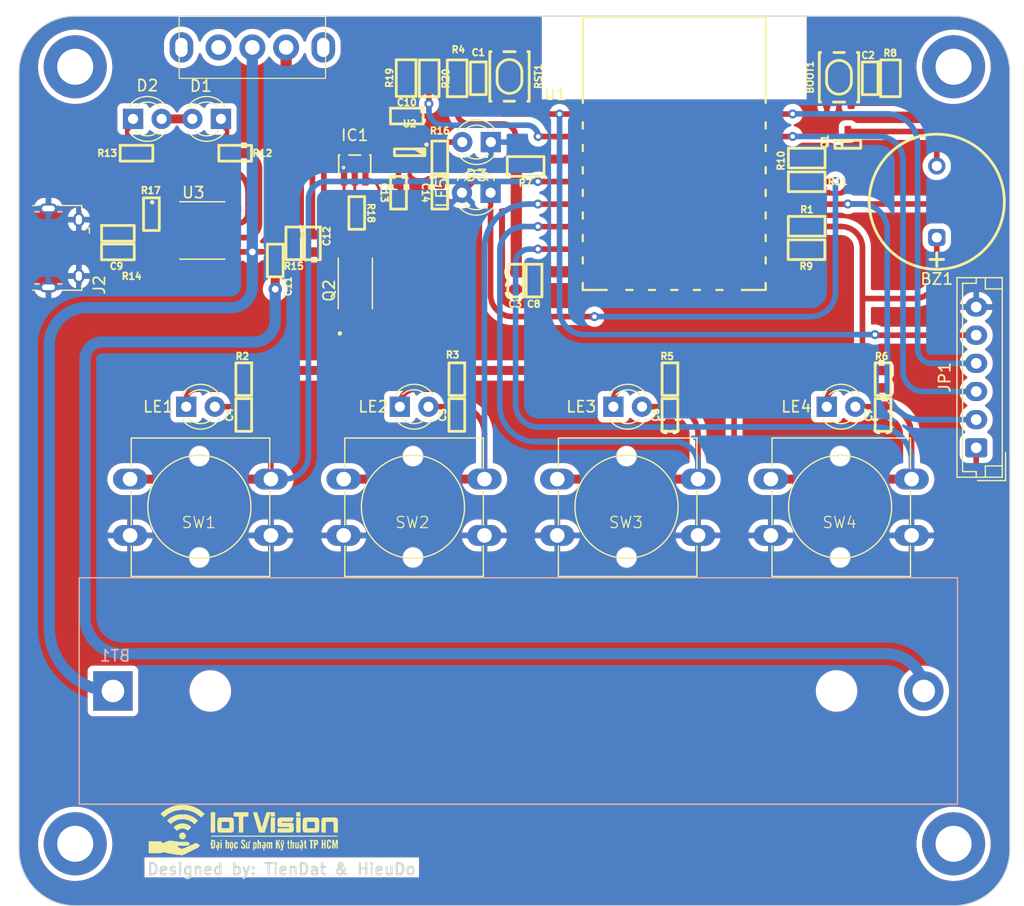
<source format=kicad_pcb>
(kicad_pcb (version 20221018) (generator pcbnew)
  (layers (0 "F.Cu" signal) (31 "B.Cu" signal) (34 "B.Paste" user) (35 "F.Paste" user) (36 "B.SilkS" user "B.Silkscreen") (37 "F.SilkS" user "F.Silkscreen") (38 "B.Mask" user) (39 "F.Mask" user) (44 "Edge.Cuts" user))
  (net 0 "")
  (net 1 "/POWER/ADC_BAT")
  (net 2 "GND")
  (net 3 "/BUTTON/BTB")
  (net 4 "/BUTTON/BTD")
  (net 5 "/BUTTON/BTC")
  (net 6 "/BUTTON/BTA")
  (net 7 "/POWER/VBUS")
  (net 8 "/POWER/STDBY")
  (net 9 "/POWER/CHRG")
  (net 10 "/esp8266/RST")
  (net 11 "/esp8266/BOOT")
  (net 12 "Net-(U2-BP)")
  (net 13 "/esp8266/Buzzer")
  (net 14 "+3V3")
  (net 15 "Net-(LE1-Pad1)")
  (net 16 "Net-(LE4-Pad1)")
  (net 17 "Net-(LE3-Pad1)")
  (net 18 "Net-(J2-VBUS)")
  (net 19 "Net-(IC1-VCC)")
  (net 20 "Net-(D3-A)")
  (net 21 "Net-(LE2-Pad1)")
  (net 22 "/esp8266/GPIO2")
  (net 23 "/esp8266/EN")
  (net 24 "Net-(U1-GPIO15)")
  (net 25 "/esp8266/Led_BAT")
  (net 26 "Net-(LE5-Pad1)")
  (net 27 "/esp8266/ADC")
  (net 28 "/esp8266/RXD")
  (net 29 "/esp8266/TXD")
  (net 30 "/POWER/BAT+")
  (net 31 "Net-(Q2-Pad1)")
  (net 32 "Net-(IC1-CS)")
  (net 33 "Net-(IC1-OC)")
  (net 34 "Net-(IC1-OD)")
  (net 39 "Net-(D1-K)")
  (net 40 "Net-(D2-K)")
  (net 41 "Net-(U3-PROG)")
  (net 42 "Net-(BZ1-+)")
  (net 43 "/POWER/BAT-")
  (footprint "IVS_FOOTPRINTS:LED_D3.0mm_Red" (layer "F.Cu") (at -109.469 9.144 180)
    (fp_text reference "D1")
    (fp_text value "GREEN")
  )
  (footprint "IVS_FOOTPRINTS:LED_D3.0mm_Red" (layer "F.Cu") (at -55.672 34.7)
    (fp_text reference "LE4")
    (fp_text value "GREEN")
  )
  (footprint "MountingHole:MountingHole_3.2mm_M3_DIN965_Pad" (layer "F.Cu") (at -122.408 4.514)
    (fp_text reference "REF**" hide)
    (fp_text value "MountingHole_3.2mm_M3_DIN965_Pad" hide)
  )
  (footprint "SW_PUSH-12mm-Omron:12x12mm_Omron" (layer "F.Cu") (at -73.452 43.59 180)
    (fp_text reference "SW3")
    (fp_text value "SW_Push")
    (fp_circle (center 0 -4.5) (end 0.9 -4.5) (stroke (width 0.05)) (fill none) (layer "Edge.Cuts"))
    (fp_circle (center 0 4.5) (end 0.9 4.5) (stroke (width 0.05)) (fill none) (layer "Edge.Cuts"))
  )
  (footprint "IVS_FOOTPRINTS:R0603" (layer "F.Cu") (at -57.455115 18.7 180)
    (fp_text reference "R1")
    (fp_text value "10K" hide)
  )
  (footprint "IVS_FOOTPRINTS:LED_D3.0mm_Red" (layer "F.Cu") (at -117.273 9.144)
    (fp_text reference "D2")
    (fp_text value "RED")
  )
  (footprint "IVS_FOOTPRINTS:LED_D3.0mm_Red" (layer "F.Cu") (at -74.617 34.7)
    (fp_text reference "LE3")
    (fp_text value "GREEN")
  )
  (footprint "DW01A:SOT23-6" (layer "F.Cu") (at -97.5875 13.1645)
    (property "VALUE" "DW01A")
    (fp_text reference "IC1")
    (fp_text value "DW01A")
  )
  (footprint "SW_PUSH-12mm-Omron:12x12mm_Omron" (layer "F.Cu") (at -111.382666 43.59 180)
    (fp_text reference "SW1")
    (fp_text value "SW_Push")
    (fp_circle (center 0 -4.5) (end 0.9 -4.5) (stroke (width 0.05)) (fill none) (layer "Edge.Cuts"))
    (fp_circle (center 0 4.5) (end 0.9 4.5) (stroke (width 0.05)) (fill none) (layer "Edge.Cuts"))
  )
  (footprint "IVS_FOOTPRINTS:R_0603" (layer "F.Cu") (at -50.673 32.258 -90)
    (fp_text reference "R6")
    (fp_text value "10K")
  )
  (footprint "IVS_FOOTPRINTS:C_0603" (layer "F.Cu") (at -50.673 35.433 -90)
    (fp_text reference "C7")
    (fp_text value "100nF")
  )
  (footprint "IVS_FOOTPRINTS:R_0603" (layer "F.Cu") (at -118.618 19.304)
    (fp_text reference "R14")
    (fp_text value "0.5R")
  )
  (footprint "IVS_FOOTPRINTS:R_0603" (layer "F.Cu") (at -108.204 12.192)
    (fp_text reference "R12")
    (fp_text value "1K5")
  )
  (footprint "IVS_FOOTPRINTS:R_0603" (layer "F.Cu") (at -90.0325 12.559 -90)
    (fp_text reference "R16")
    (fp_text value "1K")
  )
  (footprint "IVS_FOOTPRINTS:R0603" (layer "F.Cu") (at -57.45 12.6)
    (fp_text reference "R10")
    (fp_text value "10K" hide)
  )
  (footprint "IVS_FOOTPRINTS:C_0603" (layer "F.Cu") (at -81.666 23.5 -90)
    (fp_text reference "C8")
    (fp_text value "10nF")
  )
  (footprint "IVS_FOOTPRINTS:R_0603" (layer "F.Cu") (at -97.409 17.4975 -90)
    (fp_text reference "R18")
    (fp_text value "1K")
  )
  (footprint "IVS_FOOTPRINTS:R_0603" (layer "F.Cu") (at -116.967 12.192)
    (fp_text reference "R13")
    (fp_text value "1K5")
  )
  (footprint "IVS_FOOTPRINTS:C_0603" (layer "F.Cu") (at -101.346 20.1938 -90)
    (fp_text reference "C12")
    (fp_text value "100nF")
  )
  (footprint "IVS_FOOTPRINTS:C_0603" (layer "F.Cu") (at -83.3 23.5 -90)
    (fp_text reference "C3")
    (fp_text value "10uF")
  )
  (footprint "MountingHole:MountingHole_3.2mm_M3_DIN965_Pad" (layer "F.Cu") (at -44.408 4.514)
    (fp_text reference "REF**" hide)
    (fp_text value "MountingHole_3.2mm_M3_DIN965_Pad" hide)
  )
  (footprint "IVS_FOOTPRINTS:SOT23-5" (layer "F.Cu") (at -92.71 12.109 -90)
    (fp_text reference "U2")
    (fp_text value "RT9193-33GB")
  )
  (footprint "IVS_FOOTPRINTS:C_0603" (layer "F.Cu") (at -93.7 15.7 -90)
    (fp_text reference "C13")
    (fp_text value "1uF")
  )
  (footprint "Connector_USB:USB_Micro-B_Amphenol_10118194_Horizontal" (layer "F.Cu") (at -123.49 20.596 -90)
    (fp_text reference "J2")
    (fp_text value "USB_B_Micro")
  )
  (footprint "SlideSwitch:SS-12F23G6" (layer "F.Cu") (at -106.68 2.794 180)
    (fp_text reference "S1" hide)
    (fp_text value "EG1206" hide)
  )
  (footprint "IVS_FOOTPRINTS:R0603" (layer "F.Cu") (at -91 5.537 90)
    (fp_text reference "R20")
    (fp_text value "1K" hide)
  )
  (footprint "IVS_FOOTPRINTS:R0603" (layer "F.Cu") (at -82.411 13.34)
    (fp_text reference "R7")
    (fp_text value "10K" hide)
  )
  (footprint "MountingHole:MountingHole_3.2mm_M3_DIN965_Pad" (layer "F.Cu") (at -122.408 73.514)
    (fp_text reference "REF**" hide)
    (fp_text value "MountingHole_3.2mm_M3_DIN965_Pad" hide)
  )
  (footprint "IVS_FOOTPRINTS:C_0603" (layer "F.Cu") (at -69.596 35.433 -90)
    (fp_text reference "C6")
    (fp_text value "100nF")
  )
  (footprint "IVS_FOOTPRINTS:C_0603" (layer "F.Cu") (at -90.0325 15.7 -90)
    (fp_text reference "C14")
    (fp_text value "1uF")
  )
  (footprint "IVS_FOOTPRINTS:LED_D3.0mm_Red" (layer "F.Cu") (at -93.582333 34.7)
    (fp_text reference "LE2")
    (fp_text value "GREEN")
  )
  (footprint "IVS_FOOTPRINTS:LED_D3.0mm_Red" (layer "F.Cu") (at -85.5 11.2 180)
    (fp_text reference "D3")
    (fp_text value "BLUE")
  )
  (footprint "SW_PUSH-12mm-Omron:12x12mm_Omron" (layer "F.Cu") (at -92.417333 43.59 180)
    (fp_text reference "SW2")
    (fp_text value "SW_Push")
    (fp_circle (center 0 -4.5) (end 0.9 -4.5) (stroke (width 0.05)) (fill none) (layer "Edge.Cuts"))
    (fp_circle (center 0 4.5) (end 0.9 4.5) (stroke (width 0.05)) (fill none) (layer "Edge.Cuts"))
  )
  (footprint "IVS_FOOTPRINTS:R0603" (layer "F.Cu") (at -50.038 5.537 90)
    (fp_text reference "R8")
    (fp_text value "10K" hide)
  )
  (footprint "IVS_FOOTPRINTS:ESP8266-07__ESP32-C3-12F" (layer "F.Cu") (at -77.335 7.7125)
    (fp_text reference "U1")
    (fp_text value "ESP-07")
  )
  (footprint "IVS_FOOTPRINTS:C_0603" (layer "F.Cu") (at -104.648 21.717 -90)
    (fp_text reference "C11")
    (fp_text value "10uF")
  )
  (footprint "IVS_FOOTPRINTS:C_0603" (layer "F.Cu") (at -88.519 35.433 -90)
    (fp_text reference "C5")
    (fp_text value "100nF")
  )
  (footprint "IVS_FOOTPRINTS:R0603" (layer "F.Cu") (at -88.519 5.537 90)
    (fp_text reference "R4")
    (fp_text value "10K" hide)
  )
  (footprint "IVS_FOOTPRINTS:IoTVision_Logo_18x5" (layer "F.Cu") (at -107.488 72.292)
    (fp_text reference "G***" hide)
    (fp_text value "LOGO" hide)
  )
  (footprint "IVS_FOOTPRINTS:TP4056" (layer "F.Cu") (at -111.125 19.05)
    (fp_text reference "U3")
    (fp_text value "TP4056")
  )
  (footprint "IVS_FOOTPRINTS:SOT23-3" (layer "F.Cu") (at -53.8 11.4)
    (fp_text reference "Q1")
    (fp_text value "N_Mosfet")
  )
  (footprint "IVS_FOOTPRINTS:C_0603" (layer "F.Cu") (at -51.816 5.537 -90)
    (fp_text reference "C2")
    (fp_text value "100nF")
  )
  (footprint "IVS_FOOTPRINTS:R_0603" (layer "F.Cu") (at -115.643 17.6015 -90)
    (fp_text reference "R17")
    (fp_text value "2K")
  )
  (footprint "IVS_FOOTPRINTS:C_0603" (layer "F.Cu") (at -86.614 5.537 -90)
    (fp_text reference "C1")
    (fp_text value "100nF")
  )
  (footprint "IVS_FOOTPRINTS:SW_SPST_PTS810" (layer "F.Cu") (at -54.61 5.41 -90)
    (fp_text reference "BOOT1")
    (fp_text value "SW_Push" hide)
  )
  (footprint "IVS_FOOTPRINTS:R_0603" (layer "F.Cu") (at -102.997 20.193 90)
    (fp_text reference "R15")
    (fp_text value "100R")
  )
  (footprint "IVS_FOOTPRINTS:SW_SPST_PTS810" (layer "F.Cu") (at -83.82 5.41 90)
    (fp_text reference "RST1")
    (fp_text value "SW_Push" hide)
  )
  (footprint "IVS_FOOTPRINTS:C_0603" (layer "F.Cu") (at -107.442 35.433 -90)
    (fp_text reference "C4")
    (fp_text value "100nF")
  )
  (footprint "IVS_FOOTPRINTS:R_0603" (layer "F.Cu") (at -69.596 32.258 -90)
    (fp_text reference "R5")
    (fp_text value "10K")
  )
  (footprint "IVS_FOOTPRINTS:LED_D3.0mm_Red" (layer "F.Cu") (at -85.525 15.7 180)
    (fp_text reference "LE5")
    (fp_text value "RED")
  )
  (footprint "IVS_FOOTPRINTS:C_0603" (layer "F.Cu") (at -92.964 8.89)
    (fp_text reference "C10")
    (fp_text value "1uF")
  )
  (footprint "IVS_FOOTPRINTS:R_0603" (layer "F.Cu") (at -88.519 32.258 -90)
    (fp_text reference "R3")
    (fp_text value "10K")
  )
  (footprint "IVS_FOOTPRINTS:R0603" (layer "F.Cu") (at -57.45 14.7)
    (fp_text reference "R11")
    (fp_text value "1K5" hide)
  )
  (footprint "IVS_FOOTPRINTS:R_0603" (layer "F.Cu") (at -107.442 32.258 -90)
    (fp_text reference "R2")
    (fp_text value "10K")
  )
  (footprint "FS8205A:SOP65P640X120-8N" (layer "F.Cu") (at -97.536 23.749 90)
    (fp_text reference "Q2")
    (fp_text value "FS8205A")
  )
  (footprint "IVS_FOOTPRINTS:Buzzer_GT111P" (layer "F.Cu") (at -45.9 16.5 180)
    (fp_text reference "BZ1")
    (fp_text value "Buzzer")
  )
  (footprint "MountingHole:MountingHole_3.2mm_M3_DIN965_Pad" (layer "F.Cu") (at -44.408 73.514)
    (fp_text reference "REF**" hide)
    (fp_text value "MountingHole_3.2mm_M3_DIN965_Pad" hide)
  )
  (footprint "Connector_JST:JST_EH_B6B-EH-A_1x06_P2.50mm_Vertical" (layer "F.Cu") (at -42.4 38.35 90)
    (fp_text reference "JP1")
    (fp_text value "Conn_JST_SMD_6P")
  )
  (footprint "IVS_FOOTPRINTS:R0603" (layer "F.Cu") (at -57.470115 20.732)
    (fp_text reference "R9")
    (fp_text value "10K" hide)
  )
  (footprint "SW_PUSH-12mm-Omron:12x12mm_Omron" (layer "F.Cu") (at -54.486666 43.59 180)
    (fp_text reference "SW4")
    (fp_text value "SW_Push")
    (fp_circle (center 0 -4.5) (end 0.9 -4.5) (stroke (width 0.05)) (fill none) (layer "Edge.Cuts"))
    (fp_circle (center 0 4.5) (end 0.9 4.5) (stroke (width 0.05)) (fill none) (layer "Edge.Cuts"))
  )
  (footprint "IVS_FOOTPRINTS:LED_D3.0mm_Red" (layer "F.Cu") (at -112.547666 34.7)
    (fp_text reference "LE1")
    (fp_text value "GREEN")
  )
  (footprint "IVS_FOOTPRINTS:C_0603" (layer "F.Cu") (at -118.618 20.955)
    (fp_text reference "C9")
    (fp_text value "10uF")
  )
  (footprint "IVS_FOOTPRINTS:R0603" (layer "F.Cu") (at -93 5.522 -90)
    (fp_text reference "R19")
    (fp_text value "3k3" hide)
  )
  (footprint "Battery:BatteryHolder_MPD_BH-18650-PC2" (layer "B.Cu") (at -119.058 59.944)
    (fp_text reference "BT1")
    (fp_text value "Battery_Cell")
  )
  (gr_line (start -39.408 74.014) (end -39.408 5.014) (stroke (width 0.1)) (layer "Edge.Cuts"))
  (gr_line (start -122.408 79.014) (end -44.408 79.014) (stroke (width 0.1)) (layer "Edge.Cuts"))
  (gr_line (start -127.408 5.014) (end -127.408 74.014) (stroke (width 0.1)) (layer "Edge.Cuts"))
  (gr_arc (start -39.408 74.014) (mid -40.872466 77.549534) (end -44.408 79.014) (stroke (width 0.1)) (layer "Edge.Cuts"))
  (gr_arc (start -122.408 79.014) (mid -125.943534 77.549534) (end -127.408 74.014) (stroke (width 0.1)) (layer "Edge.Cuts"))
  (gr_arc (start -44.408 0.014) (mid -40.872466 1.478466) (end -39.408 5.014) (stroke (width 0.1)) (layer "Edge.Cuts"))
  (gr_line (start -122.408 0.014) (end -44.408 0.014) (stroke (width 0.1)) (layer "Edge.Cuts"))
  (gr_arc (start -127.408 5.014) (mid -125.943534 1.478466) (end -122.408 0.014) (stroke (width 0.1)) (layer "Edge.Cuts"))
  (gr_text "Designed by: TienDat & HieuDo" (at -116.124 76.356) (layer "Edge.Cuts") (effects (font (size 1 1) (thickness 0.2) bold) (justify left bottom)))
  (segment (start -93.739 8.89) (end -95.5 8.89) (width 1) (layer "F.Cu") (net 1))
  (segment (start -95.5 5.455828) (end -95.5 8.89) (width 0.5) (layer "F.Cu") (net 1))
  (segment (start -95.5 8.89) (end -101.727 8.89) (width 1) (layer "F.Cu") (net 1))
  (segment (start -93.66 10.9715) (end -93.66 8.969) (width 0.5) (layer "F.Cu") (net 1))
  (segment (start -103.68 6.937) (end -103.68 2.794) (width 1) (layer "F.Cu") (net 1))
  (segment (start -93 4.692) (end -94.736172 4.692) (width 0.5) (layer "F.Cu") (net 1))
  (arc (start -93.66 8.969) (mid -93.683139 8.913139) (end -93.739 8.89) (width 0.5) (layer "F.Cu") (net 1))
  (arc (start -94.736172 4.692) (mid -95.27628 4.91572) (end -95.5 5.455828) (width 0.5) (layer "F.Cu") (net 1))
  (arc (start -101.727 8.89) (mid -103.10798 8.31798) (end -103.68 6.937) (width 1) (layer "F.Cu") (net 1))
  (segment (start -76.815 16.7125) (end -81.3125 16.7125) (width 0.5) (layer "F.Cu") (net 3))
  (segment (start -86.067333 37.109667) (end -86.067333 41.13) (width 0.5) (layer "F.Cu") (net 3))
  (segment (start -86.067332 41.13) (end -98.567332 41.13) (width 0.8) (layer "F.Cu") (net 3))
  (segment (start -91.042333 34.7) (end -88.561 34.7) (width 0.5) (layer "F.Cu") (net 3))
  (via (at -81.32 16.705) (size 0.8) (drill 0.4) (layers "F.Cu" "B.Cu") (net 3))
  (arc (start -88.519 34.658) (mid -86.78541 35.376077) (end -86.067333 37.109667) (width 0.5) (layer "F.Cu") (net 3))
  (arc (start -81.2075 16.7175) (mid -81.216339 16.713839) (end -81.22 16.705) (width 0.5) (layer "F.Cu") (net 3))
  (arc (start -88.561 34.7) (mid -88.531302 34.687698) (end -88.519 34.658) (width 0.5) (layer "F.Cu") (net 3))
  (arc (start -81.3125 16.7125) (mid -81.317803 16.710303) (end -81.32 16.705) (width 0.5) (layer "F.Cu") (net 3))
  (arc (start -81.3075 16.7175) (mid -81.316339 16.713839) (end -81.32 16.705) (width 0.5) (layer "F.Cu") (net 3))
  (segment (start -86.067333 41.13) (end -85.03 41.13) (width 0.5) (layer "B.Cu") (net 3))
  (segment (start -81.32 16.705) (end -82.128305 16.705) (width 0.5) (layer "B.Cu") (net 3))
  (segment (start -86.067333 41.13) (end -86.067333 20.644028) (width 0.5) (layer "B.Cu") (net 3))
  (arc (start -86.067333 20.644028) (mid -84.913618 17.858715) (end -82.128305 16.705) (width 0.5) (layer "B.Cu") (net 3))
  (segment (start -79.295 20.705) (end -81.32 20.705) (width 0.5) (layer "F.Cu") (net 4))
  (segment (start -48.136666 41.13) (end -60.636666 41.13) (width 0.8) (layer "F.Cu") (net 4))
  (segment (start -53.132 34.7) (end -50.715 34.7) (width 0.5) (layer "F.Cu") (net 4))
  (segment (start -81.220332 20.705332) (end -81.220332 20.713574) (width 0.5) (layer "F.Cu") (net 4))
  (segment (start -48.136666 37.194334) (end -48.136666 41.13) (width 0.5) (layer "F.Cu") (net 4))
  (segment (start -76.815 20.7125) (end -79.2875 20.7125) (width 0.5) (layer "F.Cu") (net 4))
  (segment (start -81.22 20.705) (end -81.220332 20.705332) (width 0.5) (layer "F.Cu") (net 4))
  (via (at -81.32 20.705) (size 0.8) (drill 0.4) (layers "F.Cu" "B.Cu") (net 4))
  (arc (start -50.673 34.658) (mid -48.879541 35.400875) (end -48.136666 37.194334) (width 0.5) (layer "F.Cu") (net 4))
  (arc (start -79.2875 20.7125) (mid -79.289697 20.707197) (end -79.295 20.705) (width 0.5) (layer "F.Cu") (net 4))
  (arc (start -50.715 34.7) (mid -50.685302 34.687698) (end -50.673 34.658) (width 0.5) (layer "F.Cu") (net 4))
  (arc (start -81.220332 20.713574) (mid -81.213393 20.716024) (end -81.2075 20.7175) (width 0.5) (layer "F.Cu") (net 4))
  (segment (start -83.3 34.5) (end -83.3 21.940634) (width 0.5) (layer "B.Cu") (net 4))
  (segment (start -48.136666 41.13) (end -48.136666 39.563334) (width 0.5) (layer "B.Cu") (net 4))
  (segment (start -51.2 36.5) (end -81.3 36.5) (width 0.5) (layer "B.Cu") (net 4))
  (segment (start -81.32 20.705) (end -82.064368 20.705) (width 0.5) (layer "B.Cu") (net 4))
  (arc (start -83.3 21.940634) (mid -82.938092 21.06691) (end -82.064368 20.705) (width 0.5) (layer "B.Cu") (net 4))
  (arc (start -81.3 36.5) (mid -82.714214 35.914214) (end -83.3 34.5) (width 0.5) (layer "B.Cu") (net 4))
  (arc (start -48.136666 39.563334) (mid -49.033896 37.39723) (end -51.2 36.5) (width 0.5) (layer "B.Cu") (net 4))
  (segment (start -67.101999 41.13) (end -79.601999 41.13) (width 0.8) (layer "F.Cu") (net 5))
  (segment (start -72.077 34.7) (end -69.638 34.7) (width 0.5) (layer "F.Cu") (net 5))
  (segment (start -76.815 18.7125) (end -81.3125 18.7125) (width 0.5) (layer "F.Cu") (net 5))
  (segment (start -67.102 37.152) (end -67.102 41.13) (width 0.5) (layer "F.Cu") (net 5))
  (via (at -81.32 18.705) (size 0.8) (drill 0.4) (layers "F.Cu" "B.Cu") (net 5))
  (arc (start -81.3125 18.7125) (mid -81.317803 18.710303) (end -81.32 18.705) (width 0.5) (layer "F.Cu") (net 5))
  (arc (start -69.638 34.7) (mid -69.608302 34.687698) (end -69.596 34.658) (width 0.5) (layer "F.Cu") (net 5))
  (arc (start -69.596 34.658) (mid -67.832476 35.388476) (end -67.102 37.152) (width 0.5) (layer "F.Cu") (net 5))
  (arc (start -81.3075 18.7175) (mid -81.316339 18.713839) (end -81.32 18.705) (width 0.5) (layer "F.Cu") (net 5))
  (segment (start -81.32 18.705) (end -82.558089 18.705) (width 0.5) (layer "B.Cu") (net 5))
  (segment (start -84.7 34.6) (end -84.7 20.846911) (width 0.5) (layer "B.Cu") (net 5))
  (segment (start -67.102 41.13) (end -67.102 39.898) (width 0.5) (layer "B.Cu") (net 5))
  (segment (start -69.2 37.8) (end -81.5 37.8) (width 0.5) (layer "B.Cu") (net 5))
  (arc (start -84.7 20.846911) (mid -84.072649 19.332351) (end -82.558089 18.705) (width 0.5) (layer "B.Cu") (net 5))
  (arc (start -67.102 39.898) (mid -67.71649 38.41449) (end -69.2 37.8) (width 0.5) (layer "B.Cu") (net 5))
  (arc (start -81.5 37.8) (mid -83.762742 36.862742) (end -84.7 34.6) (width 0.5) (layer "B.Cu") (net 5))
  (segment (start -76.815 14.7125) (end -79.2875 14.7125) (width 0.5) (layer "F.Cu") (net 6))
  (segment (start -105.032666 41.13) (end -117.532666 41.13) (width 0.8) (layer "F.Cu") (net 6))
  (segment (start -79.295 14.705) (end -81.32 14.705) (width 0.5) (layer "F.Cu") (net 6))
  (segment (start -105.032666 37.067334) (end -105.032666 41.13) (width 0.5) (layer "F.Cu") (net 6))
  (segment (start -110.007666 34.7) (end -107.484 34.7) (width 0.5) (layer "F.Cu") (net 6))
  (via (at -81.32 14.705) (size 0.8) (drill 0.4) (layers "F.Cu" "B.Cu") (net 6))
  (arc (start -107.442 34.658) (mid -105.738344 35.363678) (end -105.032666 37.067334) (width 0.5) (layer "F.Cu") (net 6))
  (arc (start -81.3075 14.7175) (mid -81.316339 14.713839) (end -81.32 14.705) (width 0.5) (layer "F.Cu") (net 6))
  (arc (start -107.484 34.7) (mid -107.454302 34.687698) (end -107.442 34.658) (width 0.5) (layer "F.Cu") (net 6))
  (arc (start -79.2875 14.7125) (mid -79.289697 14.707197) (end -79.295 14.705) (width 0.5) (layer "F.Cu") (net 6))
  (segment (start -105.032666 41.13) (end -103.83 41.13) (width 0.5) (layer "B.Cu") (net 6))
  (segment (start -101.7 39) (end -101.7 16.3) (width 0.5) (layer "B.Cu") (net 6))
  (segment (start -100.1 14.7) (end -81.325 14.7) (width 0.5) (layer "B.Cu") (net 6))
  (segment (start -81.325 14.7) (end -81.32 14.705) (width 0.5) (layer "B.Cu") (net 6))
  (arc (start -81.22 14.805) (mid -81.290711 14.775711) (end -81.32 14.705) (width 0.5) (layer "B.Cu") (net 6))
  (arc (start -103.83 41.13) (mid -102.323863 40.506137) (end -101.7 39) (width 0.5) (layer "B.Cu") (net 6))
  (arc (start -101.7 16.3) (mid -101.231371 15.168629) (end -100.1 14.7) (width 0.5) (layer "B.Cu") (net 6))
  (segment (start -117.843 17.005) (end -117.843 19.304) (width 0.5) (layer "F.Cu") (net 7))
  (segment (start -117.843 19.304) (end -117.843 20.955) (width 0.5) (layer "F.Cu") (net 7))
  (segment (start -111.19 14.605) (end -115.443 14.605) (width 0.5) (layer "F.Cu") (net 7))
  (segment (start -114.733 9.144) (end -112.009 9.144) (width 0.8) (layer "F.Cu") (net 7))
  (segment (start -117.843 20.955) (end -113.6 20.955) (width 0.5) (layer "F.Cu") (net 7))
  (arc (start -117.856 19.317) (mid -117.852192 19.307808) (end -117.843 19.304) (width 0.5) (layer "F.Cu") (net 7))
  (arc (start -115.443 14.605) (mid -117.140056 15.307944) (end -117.843 17.005) (width 0.5) (layer "F.Cu") (net 7))
  (arc (start -108.65 17.145) (mid -109.393949 15.348949) (end -111.19 14.605) (width 0.5) (layer "F.Cu") (net 7))
  (segment (start -107.315 19.685) (end -108.65 19.685) (width 0.5) (layer "F.Cu") (net 8))
  (segment (start -106.045 13.576) (end -106.045 18.415) (width 0.5) (layer "F.Cu") (net 8))
  (arc (start -106.045 18.415) (mid -106.416974 19.313026) (end -107.315 19.685) (width 0.5) (layer "F.Cu") (net 8))
  (arc (start -107.429 12.192) (mid -106.450364 12.597364) (end -106.045 13.576) (width 0.5) (layer "F.Cu") (net 8))
  (segment (start -107.95 18.415) (end -108.65 18.415) (width 0.5) (layer "F.Cu") (net 9))
  (segment (start -116.192 12.192) (end -116.192 12.84) (width 0.5) (layer "F.Cu") (net 9))
  (segment (start -107.061 15.621) (end -107.061 17.526) (width 0.5) (layer "F.Cu") (net 9))
  (segment (start -115.443 13.589) (end -109.093 13.589) (width 0.5) (layer "F.Cu") (net 9))
  (arc (start -109.093 13.589) (mid -107.656159 14.184159) (end -107.061 15.621) (width 0.5) (layer "F.Cu") (net 9))
  (arc (start -107.061 17.526) (mid -107.321382 18.154618) (end -107.95 18.415) (width 0.5) (layer "F.Cu") (net 9))
  (arc (start -116.192 12.84) (mid -115.972623 13.369623) (end -115.443 13.589) (width 0.5) (layer "F.Cu") (net 9))
  (segment (start -42.4 28.35) (end -51.35 28.35) (width 0.5) (layer "F.Cu") (net 10))
  (segment (start -76.815 8.7125) (end -79.4 8.7125) (width 0.5) (layer "F.Cu") (net 10))
  (segment (start -84.9 7.7425) (end -84.9 8.189864) (width 0.5) (layer "F.Cu") (net 10))
  (segment (start -84.92 3.0725) (end -84.92 7.7225) (width 0.5) (layer "F.Cu") (net 10))
  (segment (start -85.8725 3.0725) (end -84.92 3.0725) (width 0.5) (layer "F.Cu") (net 10))
  (segment (start -88.519 4.717) (end -86.659 4.717) (width 0.5) (layer "F.Cu") (net 10))
  (segment (start -86.6 4.748) (end -86.6 3.8) (width 0.5) (layer "F.Cu") (net 10))
  (segment (start -84.377364 8.7125) (end -79.4 8.7125) (width 0.5) (layer "F.Cu") (net 10))
  (via (at -79.4 8.7125) (size 0.8) (drill 0.4) (layers "F.Cu" "B.Cu") (net 10))
  (via (at -51.4 28.3) (size 0.8) (drill 0.4) (layers "F.Cu" "B.Cu") (net 10))
  (arc (start -86.614 4.762) (mid -86.604101 4.757899) (end -86.6 4.748) (width 0.5) (layer "F.Cu") (net 10))
  (arc (start -84.92 7.7225) (mid -84.905858 7.728358) (end -84.9 7.7425) (width 0.5) (layer "F.Cu") (net 10))
  (arc (start -84.9 8.189864) (mid -84.746923 8.559423) (end -84.377364 8.7125) (width 0.5) (layer "F.Cu") (net 10))
  (arc (start -86.659 4.717) (mid -86.62718 4.73018) (end -86.614 4.762) (width 0.5) (layer "F.Cu") (net 10))
  (arc (start -51.35 28.35) (mid -51.385355 28.335355) (end -51.4 28.3) (width 0.5) (layer "F.Cu") (net 10))
  (arc (start -86.6 3.8) (mid -86.38692 3.28558) (end -85.8725 3.0725) (width 0.5) (layer "F.Cu") (net 10))
  (segment (start -79.4 26.1) (end -79.4 8.7125) (width 0.5) (layer "B.Cu") (net 10))
  (segment (start -51.4 28.3) (end -77.2 28.3) (width 0.5) (layer "B.Cu") (net 10))
  (arc (start -77.2 28.3) (mid -78.755635 27.655635) (end -79.4 26.1) (width 0.5) (layer "B.Cu") (net 10))
  (segment (start -53.51 7.7475) (end -46.228562 7.7475) (width 0.5) (layer "F.Cu") (net 11))
  (segment (start -44.4 9.576062) (end -44.4 14.760463) (width 0.5) (layer "F.Cu") (net 11))
  (segment (start -46.339537 16.7) (end -53.8 16.7) (width 0.5) (layer "F.Cu") (net 11))
  (segment (start -53.51 3.0975) (end -53.51 7.7475) (width 0.5) (layer "F.Cu") (net 11))
  (segment (start -51.816 4.762) (end -51.816001 3.797822) (width 0.5) (layer "F.Cu") (net 11))
  (segment (start -50.038 4.717) (end -51.771 4.717) (width 0.5) (layer "F.Cu") (net 11))
  (segment (start -53.4805 3.0975) (end -53.51 3.0975) (width 0.5) (layer "F.Cu") (net 11))
  (segment (start -61.615 16.7125) (end -53.8125 16.7125) (width 0.5) (layer "F.Cu") (net 11))
  (segment (start -53.4805 3.0975) (end -52.516322 3.097501) (width 0.5) (layer "F.Cu") (net 11))
  (via (at -53.8 16.7) (size 0.8) (drill 0.4) (layers "F.Cu" "B.Cu") (net 11))
  (arc (start -51.816001 3.797822) (mid -52.02112 3.30262) (end -52.516322 3.097501) (width 0.5) (layer "F.Cu") (net 11))
  (arc (start -51.771 4.717) (mid -51.80282 4.73018) (end -51.816 4.762) (width 0.5) (layer "F.Cu") (net 11))
  (arc (start -44.4 14.760463) (mid -44.968077 16.131923) (end -46.339537 16.7) (width 0.5) (layer "F.Cu") (net 11))
  (arc (start -53.8125 16.7125) (mid -53.803661 16.708839) (end -53.8 16.7) (width 0.5) (layer "F.Cu") (net 11))
  (arc (start -46.228562 7.7475) (mid -44.935573 8.283073) (end -44.4 9.576062) (width 0.5) (layer "F.Cu") (net 11))
  (segment (start -50.3 19) (end -50.3 32.823826) (width 0.5) (layer "B.Cu") (net 11))
  (segment (start -42.4 35.85) (end -47.273818 35.850005) (width 0.5) (layer "B.Cu") (net 11))
  (segment (start -53.8 16.7) (end -52.6 16.7) (width 0.5) (layer "B.Cu") (net 11))
  (arc (start -52.6 16.7) (mid -50.973654 17.373654) (end -50.3 19) (width 0.5) (layer "B.Cu") (net 11))
  (arc (start -50.3 32.823826) (mid -49.413652 34.963659) (end -47.273818 35.850005) (width 0.5) (layer "B.Cu") (net 11))
  (segment (start -93.7 14.925) (end -93.7 13.2865) (width 0.5) (layer "F.Cu") (net 12))
  (arc (start -93.66 15.109) (mid -93.608744 15.232744) (end -93.485 15.284) (width 0.5) (layer "F.Cu") (net 12))
  (arc (start -93.7 13.2865) (mid -93.688284 13.258216) (end -93.66 13.2465) (width 0.5) (layer "F.Cu") (net 12))
  (segment (start -54.75 12.5375) (end -54.75 12.213429) (width 0.5) (layer "F.Cu") (net 13))
  (segment (start -61.615 12.7125) (end -58.3925 12.7125) (width 0.5) (layer "F.Cu") (net 13))
  (segment (start -58.28 12.6) (end -58.28 12.08) (width 0.5) (layer "F.Cu") (net 13))
  (segment (start -57.7 11.5) (end -55.463431 11.5) (width 0.5) (layer "F.Cu") (net 13))
  (arc (start -58.3925 12.7125) (mid -58.31295 12.67955) (end -58.28 12.6) (width 0.5) (layer "F.Cu") (net 13))
  (arc (start -58.28 12.08) (mid -58.110122 11.669878) (end -57.7 11.5) (width 0.5) (layer "F.Cu") (net 13))
  (arc (start -55.463431 11.5) (mid -54.95896 11.708958) (end -54.75 12.213429) (width 0.5) (layer "F.Cu") (net 13))
  (segment (start -88.519 6.367) (end -88.519 8.481) (width 0.5) (layer "F.Cu") (net 14))
  (segment (start -83.3 22.725) (end -81.666 22.725) (width 1) (layer "F.Cu") (net 14))
  (segment (start -45.9 19.675) (end -45.900001 23.085317) (width 0.5) (layer "F.Cu") (net 14))
  (segment (start -88.519 31.483) (end -84.328 31.483) (width 0.8) (layer "F.Cu") (net 14))
  (segment (start -52.5 31.483) (end -52.5 25.1) (width 0.5) (layer "F.Cu") (net 14))
  (segment (start -91.76 13.2465) (end -90.12 13.2465) (width 0.5) (layer "F.Cu") (net 14))
  (segment (start -63.9 41.6) (end -63.9 31.683) (width 0.5) (layer "F.Cu") (net 14))
  (segment (start -63.7 31.483) (end -69.596 31.483) (width 0.8) (layer "F.Cu") (net 14))
  (segment (start -107.442 31.483) (end -88.519 31.483) (width 0.8) (layer "F.Cu") (net 14))
  (segment (start -56.625115 18.7) (end -54.40015 18.699999) (width 0.5) (layer "F.Cu") (net 14))
  (segment (start -90.0325 14.925) (end -90.0325 13.334) (width 0.5) (layer "F.Cu") (net 14))
  (segment (start -52.5 23) (end -52.5 20.600149) (width 0.5) (layer "F.Cu") (net 14))
  (segment (start -52.5 31.483) (end -63.7 31.483) (width 0.8) (layer "F.Cu") (net 14))
  (segment (start -83.3 10.7) (end -83.3 13.281) (width 0.5) (layer "F.Cu") (net 14))
  (segment (start -44.7 44.1) (end -61.3 44.1) (width 0.5) (layer "F.Cu") (net 14))
  (segment (start -42.4 41.8) (end -42.4 38.35) (width 0.5) (layer "F.Cu") (net 14))
  (segment (start -83.246 13.335) (end -83.241 13.34) (width 1) (layer "F.Cu") (net 14))
  (segment (start -50.673 31.483) (end -52.5 31.483) (width 0.8) (layer "F.Cu") (net 14))
  (segment (start -90.0315 13.335) (end -83.246 13.335) (width 1) (layer "F.Cu") (net 14))
  (segment (start -61.3 44.1) (end -61.35 44.15) (width 0.5) (layer "F.Cu") (net 14))
  (segment (start -52.5 25.1) (end -52.5 23) (width 0.5) (layer "F.Cu") (net 14))
  (segment (start -87.4 9.6) (end -84.4 9.6) (width 0.5) (layer "F.Cu") (net 14))
  (segment (start -76.8225 22.72) (end -81.661 22.72) (width 1) (layer "F.Cu") (net 14))
  (segment (start -47.914684 25.1) (end -52.5 25.1) (width 0.5) (layer "F.Cu") (net 14))
  (segment (start -83.241 13.34) (end -83.241 22.666) (width 1) (layer "F.Cu") (net 14))
  (segment (start -84.328 31.483) (end -69.596 31.483) (width 0.8) (layer "F.Cu") (net 14))
  (arc (start -90.0325 13.334) (mid -90.053148 13.342552) (end -90.0617 13.3632) (width 0.5) (layer "F.Cu") (net 14))
  (arc (start -61.35 44.15) (mid -63.153122 43.403122) (end -63.9 41.6) (width 0.5) (layer "F.Cu") (net 14))
  (arc (start -81.661 22.72) (mid -81.664536 22.721464) (end -81.666 22.725) (width 1) (layer "F.Cu") (net 14))
  (arc (start -63.9 31.683) (mid -63.841421 31.541579) (end -63.7 31.483) (width 0.5) (layer "F.Cu") (net 14))
  (arc (start -90.12 13.2465) (mid -90.058128 13.272128) (end -90.0325 13.334) (width 0.5) (layer "F.Cu") (net 14))
  (arc (start -76.815 22.7125) (mid -76.817197 22.717803) (end -76.8225 22.72) (width 1) (layer "F.Cu") (net 14))
  (arc (start -90.0325 13.334) (mid -90.032207 13.334707) (end -90.0315 13.335) (width 1) (layer "F.Cu") (net 14))
  (arc (start -45.900001 23.085317) (mid -46.490088 24.509913) (end -47.914684 25.1) (width 0.5) (layer "F.Cu") (net 14))
  (arc (start -88.519 8.481) (mid -88.191252 9.272252) (end -87.4 9.6) (width 0.5) (layer "F.Cu") (net 14))
  (arc (start -44.7 44.1) (mid -43.073654 43.426346) (end -42.4 41.8) (width 0.5) (layer "F.Cu") (net 14))
  (arc (start -52.5 20.600149) (mid -53.056541 19.25654) (end -54.40015 18.699999) (width 0.5) (layer "F.Cu") (net 14))
  (arc (start -83.3 13.281) (mid -83.282719 13.322719) (end -83.241 13.34) (width 0.5) (layer "F.Cu") (net 14))
  (arc (start -83.241 22.666) (mid -83.258281 22.707719) (end -83.3 22.725) (width 1) (layer "F.Cu") (net 14))
  (arc (start -84.4 9.6) (mid -83.622183 9.922183) (end -83.3 10.7) (width 0.5) (layer "F.Cu") (net 14))
  (segment (start -111.633 33.147) (end -107.455 33.147) (width 0.5) (layer "F.Cu") (net 15))
  (segment (start -112.547666 34.7) (end -112.547666 34.061666) (width 0.5) (layer "F.Cu") (net 15))
  (arc (start -107.455 33.147) (mid -107.445808 33.150808) (end -107.442 33.16) (width 0.5) (layer "F.Cu") (net 15))
  (arc (start -112.547666 34.061666) (mid -112.279767 33.414899) (end -111.633 33.147) (width 0.5) (layer "F.Cu") (net 15))
  (segment (start -55.672 34.7) (end -55.672 34.209) (width 0.5) (layer "F.Cu") (net 16))
  (segment (start -54.483 33.02) (end -50.686 33.02) (width 0.5) (layer "F.Cu") (net 16))
  (arc (start -55.672 34.209) (mid -55.32375 33.36825) (end -54.483 33.02) (width 0.5) (layer "F.Cu") (net 16))
  (arc (start -50.686 33.02) (mid -50.676808 33.023808) (end -50.673 33.033) (width 0.5) (layer "F.Cu") (net 16))
  (segment (start -73.533 33.02) (end -69.609 33.02) (width 0.5) (layer "F.Cu") (net 17))
  (segment (start -74.617 34.7) (end -74.617 34.104) (width 0.5) (layer "F.Cu") (net 17))
  (arc (start -74.617 34.104) (mid -74.299504 33.337496) (end -73.533 33.02) (width 0.5) (layer "F.Cu") (net 17))
  (arc (start -69.609 33.02) (mid -69.599808 33.023808) (end -69.596 33.033) (width 0.5) (layer "F.Cu") (net 17))
  (segment (start -122.09 19.296) (end -119.344 19.296) (width 0.5) (layer "F.Cu") (net 18))
  (arc (start -119.344 19.296) (mid -119.338343 19.298343) (end -119.336 19.304) (width 0.25) (layer "F.Cu") (net 18))
  (segment (start -101.346 10.8935) (end -101.346 19.4188) (width 0.5) (layer "F.Cu") (net 19))
  (segment (start -101.3468 19.418) (end -101.346 19.4188) (width 0.5) (layer "F.Cu") (net 19))
  (segment (start -98.171 10.0045) (end -100.457 10.0045) (width 0.5) (layer "F.Cu") (net 19))
  (segment (start -97.663 11.789) (end -97.663 10.5125) (width 0.5) (layer "F.Cu") (net 19))
  (segment (start -102.997 19.418) (end -101.3468 19.418) (width 0.5) (layer "F.Cu") (net 19))
  (arc (start -100.457 10.0045) (mid -101.085618 10.264882) (end -101.346 10.8935) (width 0.5) (layer "F.Cu") (net 19))
  (arc (start -97.5875 11.8645) (mid -97.640887 11.842387) (end -97.663 11.789) (width 0.5) (layer "F.Cu") (net 19))
  (arc (start -97.663 10.5125) (mid -97.81179 10.15329) (end -98.171 10.0045) (width 0.5) (layer "F.Cu") (net 19))
  (segment (start -89.4485 11.2) (end -88.04 11.2) (width 0.5) (layer "F.Cu") (net 20))
  (arc (start -90.0325 11.784) (mid -89.86145 11.37105) (end -89.4485 11.2) (width 0.5) (layer "F.Cu") (net 20))
  (segment (start -93.582333 34.7) (end -93.582333 34.527333) (width 0.5) (layer "F.Cu") (net 21))
  (segment (start -92.202 33.147) (end -88.532 33.147) (width 0.5) (layer "F.Cu") (net 21))
  (arc (start -88.532 33.147) (mid -88.522808 33.150808) (end -88.519 33.16) (width 0.5) (layer "F.Cu") (net 21))
  (arc (start -93.582333 34.527333) (mid -93.178043 33.55129) (end -92.202 33.147) (width 0.5) (layer "F.Cu") (net 21))
  (segment (start -61.615 18.7125) (end -58.287615 18.7125) (width 0.5) (layer "F.Cu") (net 22))
  (arc (start -58.287615 18.7125) (mid -58.278776 18.708839) (end -58.275115 18.7) (width 0.5) (layer "F.Cu") (net 22))
  (segment (start -80.9635 12.7125) (end -76.815 12.7125) (width 0.8) (layer "F.Cu") (net 23))
  (arc (start -81.591 13.34) (mid -81.40721 12.89629) (end -80.9635 12.7125) (width 0.8) (layer "F.Cu") (net 23))
  (segment (start -61.615 20.7125) (end -58.319615 20.7125) (width 0.5) (layer "F.Cu") (net 24))
  (arc (start -58.319615 20.7125) (mid -58.305826 20.718211) (end -58.300115 20.732) (width 0.5) (layer "F.Cu") (net 24))
  (segment (start -61.615 14.7125) (end -58.2925 14.7125) (width 0.5) (layer "F.Cu") (net 25))
  (arc (start -58.2925 14.7125) (mid -58.283661 14.708839) (end -58.28 14.7) (width 0.5) (layer "F.Cu") (net 25))
  (segment (start -56.63 14.7) (end -54.9 14.7) (width 0.5) (layer "F.Cu") (net 26))
  (segment (start -83.577257 26.7) (end -76.3 26.7) (width 0.5) (layer "F.Cu") (net 26))
  (segment (start -56.63 14.7) (end -56.63 15.03) (width 0.5) (layer "F.Cu") (net 26))
  (segment (start -85.525 15.7) (end -85.525 24.752257) (width 0.5) (layer "F.Cu") (net 26))
  (via (at -54.9 14.7) (size 0.8) (drill 0.4) (layers "F.Cu" "B.Cu") (net 26))
  (via (at -76.3 26.7) (size 0.8) (drill 0.4) (layers "F.Cu" "B.Cu") (net 26))
  (arc (start -85.525 24.752257) (mid -84.954519 26.129519) (end -83.577257 26.7) (width 0.5) (layer "F.Cu") (net 26))
  (segment (start -54.9 14.7) (end -54.9 24.5) (width 0.5) (layer "B.Cu") (net 26))
  (segment (start -57.1 26.7) (end -76.3 26.7) (width 0.5) (layer "B.Cu") (net 26))
  (segment (start -85.525 15.7) (end -84.9 15.7) (width 0.5) (layer "B.Cu") (net 26))
  (arc (start -54.9 24.5) (mid -55.544365 26.055635) (end -57.1 26.7) (width 0.5) (layer "B.Cu") (net 26))
  (arc (start -85.5 16.3) (mid -85.324264 15.875736) (end -84.9 15.7) (width 0.25) (layer "B.Cu") (net 26))
  (segment (start -76.815 10.7125) (end -81.2875 10.7125) (width 0.5) (layer "F.Cu") (net 27))
  (segment (start -93 6.342) (end -91.025 6.342) (width 0.5) (layer "F.Cu") (net 27))
  (segment (start -91 6.367) (end -91 7.8) (width 0.5) (layer "F.Cu") (net 27))
  (via (at -81.3 10.7) (size 0.8) (drill 0.4) (layers "F.Cu" "B.Cu") (net 27))
  (via (at -91 7.8) (size 0.8) (drill 0.4) (layers "F.Cu" "B.Cu") (net 27))
  (arc (start -81.2875 10.7125) (mid -81.296339 10.708839) (end -81.3 10.7) (width 0.5) (layer "F.Cu") (net 27))
  (arc (start -91.025 6.342) (mid -91.007322 6.349322) (end -91 6.367) (width 0.5) (layer "F.Cu") (net 27))
  (segment (start -89.689729 9.7) (end -82.3 9.7) (width 0.5) (layer "B.Cu") (net 27))
  (segment (start -91 7.8) (end -91 8.389729) (width 0.5) (layer "B.Cu") (net 27))
  (arc (start -91 8.389729) (mid -90.616231 9.316231) (end -89.689729 9.7) (width 0.5) (layer "B.Cu") (net 27))
  (arc (start -82.3 9.7) (mid -81.592893 9.992893) (end -81.3 10.7) (width 0.5) (layer "B.Cu") (net 27))
  (segment (start -61.615 10.7125) (end -58.7125 10.7125) (width 0.5) (layer "F.Cu") (net 28))
  (via (at -58.7 10.7) (size 0.8) (drill 0.4) (layers "F.Cu" "B.Cu") (net 28))
  (arc (start -58.7125 10.7125) (mid -58.703661 10.708839) (end -58.7 10.7) (width 0.5) (layer "F.Cu") (net 28))
  (segment (start -42.4 33.35) (end -47.08054 33.350002) (width 0.5) (layer "B.Cu") (net 28))
  (segment (start -58.7 10.7) (end -51.012232 10.7) (width 0.5) (layer "B.Cu") (net 28))
  (segment (start -48.9 12.812232) (end -48.9 31.530543) (width 0.5) (layer "B.Cu") (net 28))
  (arc (start -51.012232 10.7) (mid -49.518658 11.318658) (end -48.9 12.812232) (width 0.5) (layer "B.Cu") (net 28))
  (arc (start -48.9 31.530543) (mid -48.367092 32.817095) (end -47.08054 33.350002) (width 0.5) (layer "B.Cu") (net 28))
  (segment (start -61.615 8.7125) (end -58.7125 8.7125) (width 0.5) (layer "F.Cu") (net 29))
  (via (at -58.7 8.7) (size 0.8) (drill 0.4) (layers "F.Cu" "B.Cu") (net 29))
  (arc (start -58.7125 8.7125) (mid -58.703661 8.708839) (end -58.7 8.7) (width 0.5) (layer "F.Cu") (net 29))
  (segment (start -42.4 30.85) (end -46.366175 30.850002) (width 0.5) (layer "B.Cu") (net 29))
  (segment (start -58.7 8.7) (end -50.3 8.7) (width 0.5) (layer "B.Cu") (net 29))
  (segment (start -47.6 11.4) (end -47.6 29.616178) (width 0.5) (layer "B.Cu") (net 29))
  (arc (start -47.6 29.616178) (mid -47.238621 30.488624) (end -46.366175 30.850002) (width 0.5) (layer "B.Cu") (net 29))
  (arc (start -50.3 8.7) (mid -48.390812 9.490812) (end -47.6 11.4) (width 0.5) (layer "B.Cu") (net 29))
  (segment (start -104.648 20.942) (end -103.023 20.942) (width 0.5) (layer "F.Cu") (net 30))
  (segment (start -106.68 20.955) (end -106.667 20.942) (width 0.5) (layer "F.Cu") (net 30))
  (segment (start -103.023 20.942) (end -102.997 20.968) (width 0.5) (layer "F.Cu") (net 30))
  (segment (start -106.68 20.955) (end -108.65 20.955) (width 0.5) (layer "F.Cu") (net 30))
  (segment (start -106.667 20.942) (end -104.648 20.942) (width 0.5) (layer "F.Cu") (net 30))
  (via (at -106.68 20.955) (size 1.2) (drill 0.6) (layers "F.Cu" "B.Cu") (net 30))
  (segment (start -106.68 20.955) (end -106.68 21.016471) (width 1) (layer "B.Cu") (net 30))
  (segment (start -106.68 20.955) (end -106.68 2.794) (width 1) (layer "B.Cu") (net 30))
  (segment (start -121.412 25.908) (end -108.585 25.908) (width 1) (layer "B.Cu") (net 30))
  (segment (start -106.68 24.003) (end -106.68 20.955) (width 1) (layer "B.Cu") (net 30))
  (segment (start -106.68 21.016471) (end -106.670357 21.026114) (width 1) (layer "B.Cu") (net 30))
  (segment (start -124.714 54.288) (end -124.714 29.21) (width 1) (layer "B.Cu") (net 30))
  (arc (start -108.585 25.908) (mid -107.237962 25.350038) (end -106.68 24.003) (width 1) (layer "B.Cu") (net 30))
  (arc (start -106.670357 21.026114) (mid -106.676522 21.054091) (end -106.68 21.082) (width 1) (layer "B.Cu") (net 30))
  (arc (start -124.714 29.21) (mid -123.746867 26.875133) (end -121.412 25.908) (width 1) (layer "B.Cu") (net 30))
  (arc (start -119.058 59.944) (mid -123.057396 58.287396) (end -124.714 54.288) (width 1) (layer "B.Cu") (net 30))
  (segment (start -98.511 20.869) (end -98.511 26.629) (width 0.25) (layer "F.Cu") (net 31))
  (segment (start -97.5875 14.4645) (end -97.5875 16.544) (width 0.25) (layer "F.Cu") (net 32))
  (arc (start -97.5875 16.544) (mid -97.535219 16.670219) (end -97.409 16.7225) (width 0.25) (layer "F.Cu") (net 32))
  (segment (start -95.377 15.725) (end -95.377 25.445) (width 0.25) (layer "F.Cu") (net 33))
  (arc (start -96.6375 14.4645) (mid -95.746192 14.833692) (end -95.377 15.725) (width 0.25) (layer "F.Cu") (net 33))
  (arc (start -95.377 25.445) (mid -95.723786 26.282214) (end -96.561 26.629) (width 0.25) (layer "F.Cu") (net 33))
  (segment (start -96.52 19.48) (end -96.52 20.828) (width 0.25) (layer "F.Cu") (net 34))
  (segment (start -98.5375 14.4645) (end -98.5375 18.8625) (width 0.25) (layer "F.Cu") (net 34))
  (segment (start -98.2 19.2) (end -96.8 19.2) (width 0.25) (layer "F.Cu") (net 34))
  (arc (start -98.5375 18.8625) (mid -98.438649 19.101149) (end -98.2 19.2) (width 0.25) (layer "F.Cu") (net 34))
  (arc (start -96.8 19.2) (mid -96.60201 19.28201) (end -96.52 19.48) (width 0.25) (layer "F.Cu") (net 34))
  (arc (start -96.52 20.828) (mid -96.532009 20.856991) (end -96.561 20.869) (width 0.25) (layer "F.Cu") (net 34))
  (segment (start -108.979 12.192) (end -108.979 9.634) (width 0.5) (layer "F.Cu") (net 39))
  (arc (start -109.469 9.144) (mid -109.115447 9.290447) (end -108.969 9.644) (width 0.5) (layer "F.Cu") (net 39))
  (arc (start -108.979 9.634) (mid -109.122518 9.287518) (end -109.469 9.144) (width 0.5) (layer "F.Cu") (net 39))
  (segment (start -117.742 12.192) (end -117.742 9.613) (width 0.5) (layer "F.Cu") (net 40))
  (arc (start -117.742 9.613) (mid -117.604633 9.281367) (end -117.273 9.144) (width 0.5) (layer "F.Cu") (net 40))
  (segment (start -113.6 18.415) (end -115.6045 18.415) (width 0.5) (layer "F.Cu") (net 41))
  (arc (start -115.6045 18.415) (mid -115.631724 18.403724) (end -115.643 18.3765) (width 0.5) (layer "F.Cu") (net 41))
  (segment (start -45.9 13.325) (end -45.899999 11.317718) (width 0.5) (layer "F.Cu") (net 42))
  (segment (start -46.955216 10.2625) (end -53.8 10.2625) (width 0.5) (layer "F.Cu") (net 42))
  (arc (start -45.899999 11.317718) (mid -46.209065 10.571566) (end -46.955216 10.2625) (width 0.5) (layer "F.Cu") (net 42))
  (segment (start -104.648 22.492) (end -104.648 24.257) (width 0.8) (layer "F.Cu") (net 43))
  (segment (start -98.3 19.7) (end -100.33 19.7) (width 0.25) (layer "F.Cu") (net 43))
  (segment (start -98.5375 11.8645) (end -98.5375 11.289) (width 0.5) (layer "F.Cu") (net 43))
  (segment (start -100.33 19.7) (end -100.33 20.05164) (width 0.5) (layer "F.Cu") (net 43))
  (segment (start -98.933 10.8935) (end -99.949 10.8935) (width 0.5) (layer "F.Cu") (net 43))
  (segment (start -100.33 11.2745) (end -100.33 19.7) (width 0.5) (layer "F.Cu") (net 43))
  (segment (start -97.211 20.869) (end -97.861 20.869) (width 0.25) (layer "F.Cu") (net 43))
  (segment (start -97.861 20.869) (end -97.861 20.139) (width 0.25) (layer "F.Cu") (net 43))
  (segment (start -101.24716 20.9688) (end -101.346 20.9688) (width 0.5) (layer "F.Cu") (net 43))
  (via (at -104.648 24.257) (size 1.2) (drill 0.6) (layers "F.Cu" "B.Cu") (net 43))
  (arc (start -97.861 20.139) (mid -97.98958 19.82858) (end -98.3 19.7) (width 0.25) (layer "F.Cu") (net 43))
  (arc (start -98.5375 11.289) (mid -98.653339 11.009339) (end -98.933 10.8935) (width 0.5) (layer "F.Cu") (net 43))
  (arc (start -101.3468 20.968) (mid -101.346234 20.968234) (end -101.346 20.9688) (width 0.8) (layer "F.Cu") (net 43))
  (arc (start -99.949 10.8935) (mid -100.218408 11.005092) (end -100.33 11.2745) (width 0.5) (layer "F.Cu") (net 43))
  (arc (start -100.33 20.05164) (mid -100.59863 20.70017) (end -101.24716 20.9688) (width 0.5) (layer "F.Cu") (net 43))
  (segment (start -104.648 27.051) (end -104.648 24.257) (width 1) (layer "B.Cu") (net 43))
  (segment (start -120.015 28.956) (end -106.553 28.956) (width 1) (layer "B.Cu") (net 43))
  (segment (start -50.36 56.642) (end -118.237 56.642) (width 1) (layer "B.Cu") (net 43))
  (segment (start -121.539 53.34) (end -121.539 30.48) (width 1) (layer "B.Cu") (net 43))
  (arc (start -106.553 28.956) (mid -105.205962 28.398038) (end -104.648 27.051) (width 1) (layer "B.Cu") (net 43))
  (arc (start -118.237 56.642) (mid -120.571867 55.674867) (end -121.539 53.34) (width 1) (layer "B.Cu") (net 43))
  (arc (start -121.539 30.48) (mid -121.092631 29.402369) (end -120.015 28.956) (width 1) (layer "B.Cu") (net 43))
  (arc (start -47.058 59.944) (mid -48.025133 57.609133) (end -50.36 56.642) (width 1) (layer "B.Cu") (net 43))
  (zone (net 2) (net_name "GND") (layer "F.Cu") (priority 5) (connect_pads (clearance 0.5)) (min_thickness 0.25) (fill yes (thermal_gap 0.5) (thermal_bridge_width 0.5))
    (polygon (pts (xy -97 27.5) (xy -98.1 27.5) (xy -98.1 25.8) (xy -97 25.8)))
  )
  (zone (net 14) (net_name "+3V3") (layer "F.Cu") (priority 4) (connect_pads (clearance 0.5)) (min_thickness 0.25) (fill yes (thermal_gap 0.5) (thermal_bridge_width 0.5))
    (polygon (pts (xy -91.44 13.97) (xy -92.202 13.97) (xy -92.202 12.319) (xy -91.313 12.319) (xy -90.424 12.7) (xy -89.535 12.7) (xy -89.535 15.448) (xy -90.551 15.448) (xy -90.551 14.859)))
  )
  (zone (net 1) (net_name "/POWER/ADC_BAT") (layer "F.Cu") (priority 3) (connect_pads (clearance 0.5)) (min_thickness 0.25) (fill yes (thermal_gap 0.5) (thermal_bridge_width 0.5))
    (polygon (pts (xy -93.218 11.303) (xy -93.218 11.684) (xy -93.98 11.684) (xy -94.615 10.668) (xy -94.615 8.382) (xy -93.218 8.382)))
  )
  (zone (net 43) (net_name "/POWER/BAT-") (layer "F.Cu") (priority 6) (connect_pads (clearance 0.5)) (min_thickness 0.25) (fill yes (thermal_gap 0.5) (thermal_bridge_width 0.5))
    (polygon (pts (xy -97 20.1) (xy -97 21.7) (xy -98.1 21.7) (xy -98.1 20.1)))
  )
  (zone (net 7) (net_name "/POWER/VBUS") (layer "F.Cu") (priority 2) (connect_pads (clearance 0.5)) (min_thickness 0.25) (fill yes (thermal_gap 0.5) (thermal_bridge_width 0.5))
    (polygon (pts (xy -118.364 18.796) (xy -117.475 18.796) (xy -114.681 20.574) (xy -112.522 20.574) (xy -112.522 21.463) (xy -118.364 21.463)))
  )
  (zone (net 2) (net_name "GND") (layers "F&B.Cu") (connect_pads (clearance 0.5)) (min_thickness 0.25) (fill yes (thermal_gap 0.5) (thermal_bridge_width 0.5) (smoothing fillet) (radius 1))
    (polygon (pts (xy -127.408 0) (xy -39.408 0) (xy -39.408 79) (xy -127.408 79)))
  )
)
</source>
